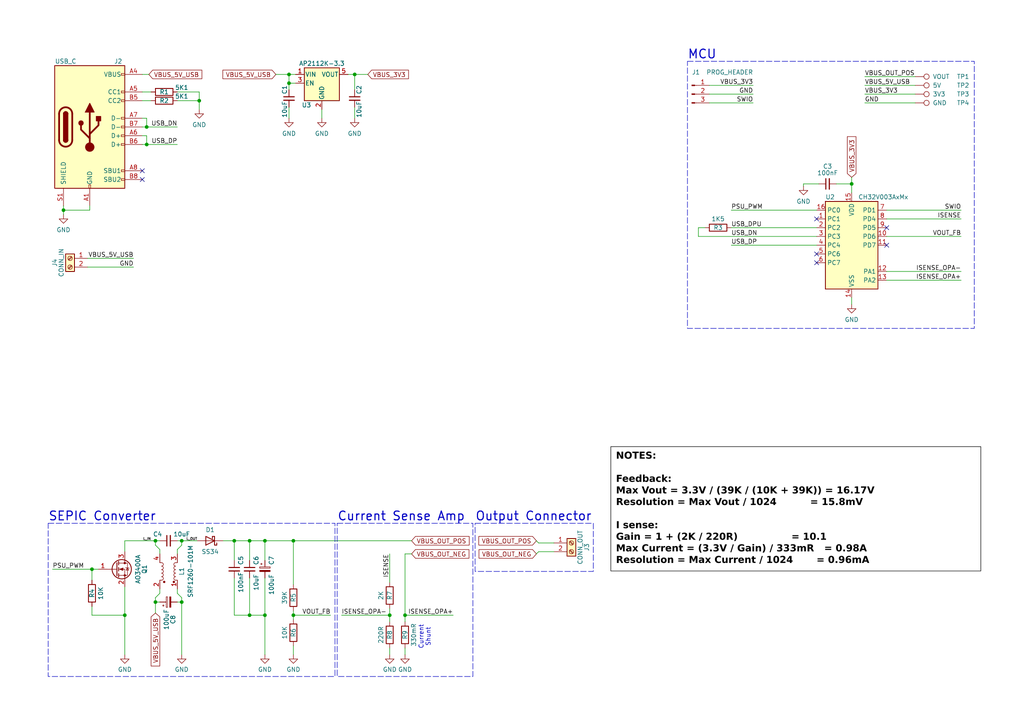
<source format=kicad_sch>
(kicad_sch (version 20231120) (generator "eeschema") (generator_version "8.0")
  (paper "A4")
  (title_block (title "CCCCPPPS CH32V003 PSU") (date "2024-11-02") (rev "MkII") (comment 1 "Bogdan Ionescu & ADBeta"))
  (lib_symbols
    (symbol "Connector:Conn_01x03_Pin" (pin_names (offset 1.016) hide)
      (property "Reference" "J" (at 0 5.08 0))
      (property "Value" "Conn_01x03_Pin" (at 0 -5.08 0))
      (symbol "Conn_01x03_Pin_1_1"
        (polyline (pts (xy 1.27 -2.54) (xy 0.8636 -2.54)) (stroke (width 0.1524)))
        (polyline (pts (xy 1.27 0) (xy 0.8636 0)) (stroke (width 0.1524)))
        (polyline (pts (xy 1.27 2.54) (xy 0.8636 2.54)) (stroke (width 0.1524)))
        (rectangle (start 0.8636 -2.413) (end 0 -2.667) (stroke (width 0.1524)) (fill (type outline)))
        (rectangle (start 0.8636 0.127) (end 0 -0.127) (stroke (width 0.1524)) (fill (type outline)))
        (rectangle (start 0.8636 2.667) (end 0 2.413) (stroke (width 0.1524)) (fill (type outline)))
        (pin passive line (at 5.08 2.54 180) (length 3.81) (name "Pin_1") (number "1"))
        (pin passive line (at 5.08 0 180) (length 3.81) (name "Pin_2") (number "2"))
        (pin passive line (at 5.08 -2.54 180) (length 3.81) (name "Pin_3") (number "3"))
      )
    )
    (symbol "Connector:Screw_Terminal_01x02" (pin_names (offset 1.016) hide)
      (property "Reference" "J" (at 0 2.54 0))
      (property "Value" "Screw_Terminal_01x02" (at 0 -5.08 0))
      (symbol "Screw_Terminal_01x02_1_1"
        (rectangle (start -1.27 1.27) (end 1.27 -3.81) (stroke (width 0.254)) (fill (type background)))
        (circle (center 0 -2.54) (radius 0.635) (stroke (width 0.1524)))
        (polyline (pts (xy -0.5334 -2.2098) (xy 0.3302 -3.048)) (stroke (width 0.1524)))
        (polyline (pts (xy -0.5334 0.3302) (xy 0.3302 -0.508)) (stroke (width 0.1524)))
        (polyline (pts (xy -0.3556 -2.032) (xy 0.508 -2.8702)) (stroke (width 0.1524)))
        (polyline (pts (xy -0.3556 0.508) (xy 0.508 -0.3302)) (stroke (width 0.1524)))
        (circle (center 0 0) (radius 0.635) (stroke (width 0.1524)))
        (pin passive line (at -5.08 0 0) (length 3.81) (name "Pin_1") (number "1"))
        (pin passive line (at -5.08 -2.54 0) (length 3.81) (name "Pin_2") (number "2"))
      )
    )
    (symbol "Connector:TestPoint" (pin_numbers hide) (pin_names (offset 0.762) hide)
      (property "Reference" "TP" (at 0 6.858 0))
      (property "Value" "TestPoint" (at 0 5.08 0))
      (symbol "TestPoint_0_1"
        (circle (center 0 3.302) (radius 0.762))
      )
      (symbol "TestPoint_1_1"
        (pin passive line (at 0 0 90) (length 2.54) (name "1") (number "1"))
      )
    )
    (symbol "Connector:USB_C_Receptacle_USB2.0_16P" (pin_names (offset 1.016))
      (property "Reference" "J" (at 0 22.225 0))
      (property "Value" "USB_C_Receptacle_USB2.0_16P" (at 0 19.685 0))
      (symbol "USB_C_Receptacle_USB2.0_16P_0_0"
        (rectangle (start -0.254 -17.78) (end 0.254 -16.764))
        (rectangle (start 10.16 -14.986) (end 9.144 -15.494))
        (rectangle (start 10.16 -12.446) (end 9.144 -12.954))
        (rectangle (start 10.16 -4.826) (end 9.144 -5.334))
        (rectangle (start 10.16 -2.286) (end 9.144 -2.794))
        (rectangle (start 10.16 0.254) (end 9.144 -0.254))
        (rectangle (start 10.16 2.794) (end 9.144 2.286))
        (rectangle (start 10.16 7.874) (end 9.144 7.366))
        (rectangle (start 10.16 10.414) (end 9.144 9.906))
        (rectangle (start 10.16 15.494) (end 9.144 14.986))
      )
      (symbol "USB_C_Receptacle_USB2.0_16P_0_1"
        (rectangle (start -10.16 17.78) (end 10.16 -17.78) (stroke (width 0.254)) (fill (type background)))
        (arc (start -8.89 -3.81) (mid -6.985 -5.7067) (end -5.08 -3.81) (stroke (width 0.508)))
        (arc (start -7.62 -3.81) (mid -6.985 -4.4423) (end -6.35 -3.81) (stroke (width 0.254)))
        (arc (start -7.62 -3.81) (mid -6.985 -4.4423) (end -6.35 -3.81) (stroke (width 0.254)) (fill (type outline)))
        (rectangle (start -7.62 -3.81) (end -6.35 3.81) (stroke (width 0.254)) (fill (type outline)))
        (arc (start -6.35 3.81) (mid -6.985 4.4423) (end -7.62 3.81) (stroke (width 0.254)))
        (arc (start -6.35 3.81) (mid -6.985 4.4423) (end -7.62 3.81) (stroke (width 0.254)) (fill (type outline)))
        (arc (start -5.08 3.81) (mid -6.985 5.7067) (end -8.89 3.81) (stroke (width 0.508)))
        (circle (center -2.54 1.143) (radius 0.635) (stroke (width 0.254)) (fill (type outline)))
        (circle (center 0 -5.842) (radius 1.27) (fill (type outline)))
        (polyline (pts (xy -8.89 -3.81) (xy -8.89 3.81)) (stroke (width 0.508)))
        (polyline (pts (xy -5.08 3.81) (xy -5.08 -3.81)) (stroke (width 0.508)))
        (polyline (pts (xy 0 -5.842) (xy 0 4.318)) (stroke (width 0.508)))
        (polyline (pts (xy 0 -3.302) (xy -2.54 -0.762) (xy -2.54 0.508)) (stroke (width 0.508)))
        (polyline (pts (xy 0 -2.032) (xy 2.54 0.508) (xy 2.54 1.778)) (stroke (width 0.508)))
        (polyline (pts (xy -1.27 4.318) (xy 0 6.858) (xy 1.27 4.318) (xy -1.27 4.318)) (stroke (width 0.254)) (fill (type outline)))
        (rectangle (start 1.905 1.778) (end 3.175 3.048) (stroke (width 0.254)) (fill (type outline)))
      )
      (symbol "USB_C_Receptacle_USB2.0_16P_1_1"
        (pin passive line (at 0 -22.86 90) (length 5.08) (name "GND") (number "A1"))
        (pin passive line (at 0 -22.86 90) (length 5.08) hide (name "GND") (number "A12"))
        (pin passive line (at 15.24 15.24 180) (length 5.08) (name "VBUS") (number "A4"))
        (pin bidirectional line (at 15.24 10.16 180) (length 5.08) (name "CC1") (number "A5"))
        (pin bidirectional line (at 15.24 -2.54 180) (length 5.08) (name "D+") (number "A6"))
        (pin bidirectional line (at 15.24 2.54 180) (length 5.08) (name "D-") (number "A7"))
        (pin bidirectional line (at 15.24 -12.7 180) (length 5.08) (name "SBU1") (number "A8"))
        (pin passive line (at 15.24 15.24 180) (length 5.08) hide (name "VBUS") (number "A9"))
        (pin passive line (at 0 -22.86 90) (length 5.08) hide (name "GND") (number "B1"))
        (pin passive line (at 0 -22.86 90) (length 5.08) hide (name "GND") (number "B12"))
        (pin passive line (at 15.24 15.24 180) (length 5.08) hide (name "VBUS") (number "B4"))
        (pin bidirectional line (at 15.24 7.62 180) (length 5.08) (name "CC2") (number "B5"))
        (pin bidirectional line (at 15.24 -5.08 180) (length 5.08) (name "D+") (number "B6"))
        (pin bidirectional line (at 15.24 0 180) (length 5.08) (name "D-") (number "B7"))
        (pin bidirectional line (at 15.24 -15.24 180) (length 5.08) (name "SBU2") (number "B8"))
        (pin passive line (at 15.24 15.24 180) (length 5.08) hide (name "VBUS") (number "B9"))
        (pin passive line (at -7.62 -22.86 90) (length 5.08) (name "SHIELD") (number "S1"))
      )
    )
    (symbol "Device:C_Polarized_Small" (pin_numbers hide) (pin_names (offset 0.254) hide)
      (property "Reference" "C" (at 0.254 1.778 0))
      (property "Value" "C_Polarized_Small" (at 0.254 -2.032 0))
      (symbol "C_Polarized_Small_0_1"
        (rectangle (start -1.524 -0.3048) (end 1.524 -0.6858) (fill (type outline)))
        (rectangle (start -1.524 0.6858) (end 1.524 0.3048))
        (polyline (pts (xy -1.27 1.524) (xy -0.762 1.524)))
        (polyline (pts (xy -1.016 1.27) (xy -1.016 1.778)))
      )
      (symbol "C_Polarized_Small_1_1"
        (pin passive line (at 0 2.54 270) (length 1.8542) (name "~") (number "1"))
        (pin passive line (at 0 -2.54 90) (length 1.8542) (name "~") (number "2"))
      )
    )
    (symbol "Device:C_Small" (pin_numbers hide) (pin_names (offset 0.254) hide)
      (property "Reference" "C" (at 0.254 1.778 0))
      (property "Value" "C_Small" (at 0.254 -2.032 0))
      (symbol "C_Small_0_1"
        (polyline (pts (xy -1.524 -0.508) (xy 1.524 -0.508)) (stroke (width 0.3302)))
        (polyline (pts (xy -1.524 0.508) (xy 1.524 0.508)) (stroke (width 0.3048)))
      )
      (symbol "C_Small_1_1"
        (pin passive line (at 0 2.54 270) (length 2.032) (name "~") (number "1"))
        (pin passive line (at 0 -2.54 90) (length 2.032) (name "~") (number "2"))
      )
    )
    (symbol "Device:L_Coupled_1243" (pin_names (offset 0.254) hide)
      (property "Reference" "L3" (at -1.6511 -3.81 90))
      (property "Value" "SRF1260-101M" (at 0.8889 -3.81 90))
      (symbol "L_Coupled_1243_0_1"
        (circle (center -3.048 -1.524) (radius 0.254) (fill (type outline)))
        (circle (center -3.048 1.27) (radius 0.254) (fill (type outline)))
        (arc (start -2.54 2.032) (mid -2.032 1.5262) (end -1.524 2.032))
        (arc (start -1.524 -2.032) (mid -2.032 -1.5262) (end -2.54 -2.032))
        (arc (start -1.524 2.032) (mid -1.016 1.5262) (end -0.508 2.032))
        (arc (start -0.508 -2.032) (mid -1.016 -1.5262) (end -1.524 -2.032))
        (arc (start -0.508 2.032) (mid 0 1.5262) (end 0.508 2.032))
        (polyline (pts (xy -2.54 -2.032) (xy -2.54 -2.54)))
        (polyline (pts (xy -2.54 2.032) (xy -2.54 2.54)))
        (polyline (pts (xy 2.54 -2.54) (xy 2.54 -2.032)))
        (polyline (pts (xy 2.54 2.032) (xy 2.54 2.54)))
        (arc (start 0.508 -2.032) (mid 0 -1.5262) (end -0.508 -2.032))
        (arc (start 0.508 2.032) (mid 1.016 1.5262) (end 1.524 2.032))
        (arc (start 1.524 -2.032) (mid 1.016 -1.5262) (end 0.508 -2.032))
        (arc (start 1.524 2.032) (mid 2.032 1.5262) (end 2.54 2.032))
        (arc (start 2.54 -2.032) (mid 2.032 -1.5262) (end 1.524 -2.032))
      )
      (symbol "L_Coupled_1243_1_1"
        (pin passive line (at -5.08 -2.54 0) (length 2.54) (name "1") (number "1"))
        (pin passive line (at -5.08 2.54 0) (length 2.54) (name "2") (number "2"))
        (pin passive line (at 5.08 -2.54 180) (length 2.54) (name "3") (number "3"))
        (pin passive line (at 5.08 2.54 180) (length 2.54) (name "4") (number "4"))
      )
    )
    (symbol "Device:R" (pin_numbers hide) (pin_names (offset 0))
      (property "Reference" "R" (at 2.032 0 90))
      (property "Value" "R" (at 0 0 90))
      (symbol "R_0_1"
        (rectangle (start -1.016 -2.54) (end 1.016 2.54) (stroke (width 0.254)))
      )
      (symbol "R_1_1"
        (pin passive line (at 0 3.81 270) (length 1.27) (name "~") (number "1"))
        (pin passive line (at 0 -3.81 90) (length 1.27) (name "~") (number "2"))
      )
    )
    (symbol "Diode:SS34" (pin_numbers hide) (pin_names (offset 1.016) hide)
      (property "Reference" "D" (at 0 2.54 0))
      (property "Value" "SS34" (at 0 -2.54 0))
      (symbol "SS34_0_1"
        (polyline (pts (xy 1.27 0) (xy -1.27 0)))
        (polyline (pts (xy 1.27 1.27) (xy 1.27 -1.27) (xy -1.27 0) (xy 1.27 1.27)) (stroke (width 0.254)))
        (polyline (pts (xy -1.905 0.635) (xy -1.905 1.27) (xy -1.27 1.27) (xy -1.27 -1.27) (xy -0.635 -1.27) (xy -0.635 -0.635)) (stroke (width 0.254)))
      )
      (symbol "SS34_1_1"
        (pin passive line (at -3.81 0 0) (length 2.54) (name "K") (number "1"))
        (pin passive line (at 3.81 0 180) (length 2.54) (name "A") (number "2"))
      )
    )
    (symbol "MCU_WCH_CH32V0:CH32V003AxMx"
      (property "Reference" "U" (at -7.62 15.24 0))
      (property "Value" "CH32V003AxMx" (at 7.62 15.24 0))
      (symbol "CH32V003AxMx_1_1"
        (rectangle (start -7.62 12.7) (end 7.62 -12.7) (stroke (width 0.254)) (fill (type background)))
        (pin bidirectional line (at -10.16 7.62 0) (length 2.54) (name "PC1") (number "1"))
        (pin bidirectional line (at 10.16 2.54 180) (length 2.54) (name "PD6") (number "10"))
        (pin bidirectional line (at 10.16 0 180) (length 2.54) (name "PD7") (number "11"))
        (pin bidirectional line (at 10.16 -7.62 180) (length 2.54) (name "PA1") (number "12"))
        (pin bidirectional line (at 10.16 -10.16 180) (length 2.54) (name "PA2") (number "13"))
        (pin power_in line (at 0 -15.24 90) (length 2.54) (name "VSS") (number "14"))
        (pin power_in line (at 0 15.24 270) (length 2.54) (name "VDD") (number "15"))
        (pin bidirectional line (at -10.16 10.16 0) (length 2.54) (name "PC0") (number "16"))
        (pin bidirectional line (at -10.16 5.08 0) (length 2.54) (name "PC2") (number "2"))
        (pin bidirectional line (at -10.16 2.54 0) (length 2.54) (name "PC3") (number "3"))
        (pin bidirectional line (at -10.16 0 0) (length 2.54) (name "PC4") (number "4"))
        (pin bidirectional line (at -10.16 -2.54 0) (length 2.54) (name "PC6") (number "5"))
        (pin bidirectional line (at -10.16 -5.08 0) (length 2.54) (name "PC7") (number "6"))
        (pin bidirectional line (at 10.16 10.16 180) (length 2.54) (name "PD1") (number "7"))
        (pin bidirectional line (at 10.16 7.62 180) (length 2.54) (name "PD4") (number "8"))
        (pin bidirectional line (at 10.16 5.08 180) (length 2.54) (name "PD5") (number "9"))
      )
    )
    (symbol "Regulator_Linear:AP2112K-3.3" (pin_names (offset 0.254))
      (property "Reference" "U" (at -5.08 5.715 0))
      (property "Value" "AP2112K-3.3" (at 0 5.715 0))
      (symbol "AP2112K-3.3_0_1"
        (rectangle (start -5.08 4.445) (end 5.08 -5.08) (stroke (width 0.254)) (fill (type background)))
      )
      (symbol "AP2112K-3.3_1_1"
        (pin power_in line (at -7.62 2.54 0) (length 2.54) (name "VIN") (number "1"))
        (pin power_in line (at 0 -7.62 90) (length 2.54) (name "GND") (number "2"))
        (pin input line (at -7.62 0 0) (length 2.54) (name "EN") (number "3"))
        (pin no_connect line (at 5.08 0 180) (length 2.54) hide (name "NC") (number "4"))
        (pin power_out line (at 7.62 2.54 180) (length 2.54) (name "VOUT") (number "5"))
      )
    )
    (symbol "Transistor_FET:AO3400A" (pin_names hide)
      (property "Reference" "Q" (at 5.08 1.905 0))
      (property "Value" "AO3400A" (at 5.08 0 0))
      (symbol "AO3400A_0_1"
        (polyline (pts (xy 0.254 0) (xy -2.54 0)))
        (polyline (pts (xy 0.254 1.905) (xy 0.254 -1.905)) (stroke (width 0.254)))
        (polyline (pts (xy 0.762 -1.27) (xy 0.762 -2.286)) (stroke (width 0.254)))
        (polyline (pts (xy 0.762 0.508) (xy 0.762 -0.508)) (stroke (width 0.254)))
        (polyline (pts (xy 0.762 2.286) (xy 0.762 1.27)) (stroke (width 0.254)))
        (polyline (pts (xy 2.54 2.54) (xy 2.54 1.778)))
        (polyline (pts (xy 2.54 -2.54) (xy 2.54 0) (xy 0.762 0)))
        (polyline (pts (xy 0.762 -1.778) (xy 3.302 -1.778) (xy 3.302 1.778) (xy 0.762 1.778)))
        (polyline (pts (xy 1.016 0) (xy 2.032 0.381) (xy 2.032 -0.381) (xy 1.016 0)) (fill (type outline)))
        (polyline (pts (xy 2.794 0.508) (xy 2.921 0.381) (xy 3.683 0.381) (xy 3.81 0.254)))
        (polyline (pts (xy 3.302 0.381) (xy 2.921 -0.254) (xy 3.683 -0.254) (xy 3.302 0.381)))
        (circle (center 1.651 0) (radius 2.794) (stroke (width 0.254)))
        (circle (center 2.54 -1.778) (radius 0.254) (fill (type outline)))
        (circle (center 2.54 1.778) (radius 0.254) (fill (type outline)))
      )
      (symbol "AO3400A_1_1"
        (pin input line (at -5.08 0 0) (length 2.54) (name "G") (number "1"))
        (pin passive line (at 2.54 -5.08 90) (length 2.54) (name "S") (number "2"))
        (pin passive line (at 2.54 5.08 270) (length 2.54) (name "D") (number "3"))
      )
    )
    (symbol "power:GND" (power) (pin_names (offset 0))
      (property "Value" "GND" (at 0 -3.81 0))
      (symbol "GND_0_1"
        (polyline (pts (xy 0 0) (xy 0 -1.27) (xy 1.27 -1.27) (xy 0 -2.54) (xy -1.27 -1.27) (xy 0 -1.27)))
      )
      (symbol "GND_1_1"
        (pin power_in line (at 0 0 270) (length 0) hide (name "GND") (number "1"))
      )
    )
  )
  (junction (at 247.015 53.34))
  (junction (at 76.835 178.435))
  (junction (at 67.945 156.845))
  (junction (at 117.475 178.435))
  (junction (at 76.835 156.845))
  (junction (at 45.085 156.845))
  (junction (at 52.705 156.845))
  (junction (at 83.82 24.13))
  (junction (at 42.545 41.91))
  (junction (at 113.03 178.435))
  (junction (at 36.195 178.435))
  (junction (at 52.705 174.625))
  (junction (at 26.67 165.1))
  (junction (at 45.085 174.625))
  (junction (at 42.545 36.83))
  (junction (at 85.09 156.845))
  (junction (at 102.87 21.59))
  (junction (at 85.09 178.435))
  (junction (at 72.39 178.435))
  (junction (at 72.39 156.845))
  (junction (at 57.785 29.21))
  (junction (at 83.82 21.59))
  (junction (at 18.415 60.96))
  (no_connect (at 41.275 52.07))
  (no_connect (at 257.175 66.04))
  (no_connect (at 236.855 63.5))
  (no_connect (at 257.175 71.12))
  (no_connect (at 236.855 73.66))
  (no_connect (at 41.275 49.53))
  (no_connect (at 236.855 76.2))
  (wire (pts (xy 100.965 21.59) (xy 102.87 21.59)))
  (wire (pts (xy 42.545 41.91) (xy 41.275 41.91)))
  (wire (pts (xy 46.355 159.385) (xy 45.085 158.115)))
  (wire (pts (xy 76.835 167.64) (xy 76.835 178.435)))
  (wire (pts (xy 83.82 24.13) (xy 85.725 24.13)))
  (wire (pts (xy 247.015 53.34) (xy 247.015 55.88)))
  (wire (pts (xy 46.355 170.815) (xy 46.355 172.085)))
  (wire (pts (xy 85.09 187.325) (xy 85.09 189.865)))
  (wire (pts (xy 76.835 178.435) (xy 76.835 189.865)))
  (wire (pts (xy 36.195 170.18) (xy 36.195 178.435)))
  (wire (pts (xy 42.545 39.37) (xy 42.545 41.91)))
  (wire (pts (xy 247.015 86.36) (xy 247.015 88.265)))
  (wire (pts (xy 45.085 173.355) (xy 45.085 174.625)))
  (wire (pts (xy 41.275 29.21) (xy 43.815 29.21)))
  (wire (pts (xy 212.09 66.04) (xy 236.855 66.04)))
  (wire (pts (xy 117.475 160.655) (xy 117.475 178.435)))
  (wire (pts (xy 52.705 173.355) (xy 52.705 174.625)))
  (wire (pts (xy 80.01 21.59) (xy 83.82 21.59)))
  (wire (pts (xy 42.545 36.83) (xy 51.435 36.83)))
  (wire (pts (xy 212.09 71.12) (xy 236.855 71.12)))
  (wire (pts (xy 156.21 157.48) (xy 160.655 157.48)))
  (wire (pts (xy 242.57 53.34) (xy 247.015 53.34)))
  (wire (pts (xy 51.435 29.21) (xy 57.785 29.21)))
  (wire (pts (xy 41.275 36.83) (xy 42.545 36.83)))
  (wire (pts (xy 218.44 27.305) (xy 205.74 27.305)))
  (wire (pts (xy 52.705 158.115) (xy 52.705 156.845)))
  (wire (pts (xy 85.09 169.545) (xy 85.09 156.845)))
  (wire (pts (xy 45.085 158.115) (xy 45.085 156.845)))
  (wire (pts (xy 99.06 178.435) (xy 113.03 178.435)))
  (wire (pts (xy 205.74 29.845) (xy 218.44 29.845)))
  (wire (pts (xy 83.82 24.13) (xy 83.82 26.035)))
  (wire (pts (xy 42.545 41.91) (xy 51.435 41.91)))
  (wire (pts (xy 15.24 165.1) (xy 26.67 165.1)))
  (wire (pts (xy 67.945 156.845) (xy 72.39 156.845)))
  (wire (pts (xy 51.435 172.085) (xy 52.705 173.355)))
  (wire (pts (xy 45.085 174.625) (xy 46.355 174.625)))
  (wire (pts (xy 113.03 187.96) (xy 113.03 189.865)))
  (wire (pts (xy 72.39 178.435) (xy 76.835 178.435)))
  (wire (pts (xy 156.21 160.02) (xy 160.655 160.02)))
  (wire (pts (xy 247.015 51.435) (xy 247.015 53.34)))
  (wire (pts (xy 202.565 66.04) (xy 202.565 68.58)))
  (wire (pts (xy 85.09 178.435) (xy 85.09 179.705)))
  (wire (pts (xy 51.435 160.655) (xy 51.435 159.385)))
  (wire (pts (xy 233.045 53.34) (xy 233.045 53.975)))
  (wire (pts (xy 52.705 174.625) (xy 52.705 189.865)))
  (wire (pts (xy 18.415 60.96) (xy 18.415 59.69)))
  (wire (pts (xy 57.785 31.75) (xy 57.785 29.21)))
  (wire (pts (xy 67.945 156.845) (xy 67.945 162.56)))
  (wire (pts (xy 51.435 170.815) (xy 51.435 172.085)))
  (wire (pts (xy 41.275 21.59) (xy 43.18 21.59)))
  (wire (pts (xy 93.345 31.75) (xy 93.345 34.29)))
  (wire (pts (xy 76.835 156.845) (xy 85.09 156.845)))
  (wire (pts (xy 257.175 60.96) (xy 278.765 60.96)))
  (wire (pts (xy 51.435 159.385) (xy 52.705 158.115)))
  (wire (pts (xy 67.945 178.435) (xy 72.39 178.435)))
  (wire (pts (xy 46.355 172.085) (xy 45.085 173.355)))
  (wire (pts (xy 26.035 60.96) (xy 26.035 59.69)))
  (wire (pts (xy 26.67 178.435) (xy 26.67 175.895)))
  (wire (pts (xy 117.475 160.655) (xy 119.38 160.655)))
  (wire (pts (xy 237.49 53.34) (xy 233.045 53.34)))
  (wire (pts (xy 250.825 22.225) (xy 265.43 22.225)))
  (wire (pts (xy 117.475 178.435) (xy 131.445 178.435)))
  (wire (pts (xy 250.825 27.305) (xy 265.43 27.305)))
  (wire (pts (xy 102.87 21.59) (xy 102.87 26.035)))
  (wire (pts (xy 64.77 156.845) (xy 67.945 156.845)))
  (wire (pts (xy 41.275 26.67) (xy 43.815 26.67)))
  (wire (pts (xy 42.545 34.29) (xy 42.545 36.83)))
  (wire (pts (xy 18.415 60.96) (xy 26.035 60.96)))
  (wire (pts (xy 113.03 160.655) (xy 113.03 168.91)))
  (wire (pts (xy 117.475 178.435) (xy 117.475 180.34)))
  (wire (pts (xy 204.47 66.04) (xy 202.565 66.04)))
  (wire (pts (xy 85.725 21.59) (xy 83.82 21.59)))
  (wire (pts (xy 85.09 177.165) (xy 85.09 178.435)))
  (wire (pts (xy 52.705 156.845) (xy 57.15 156.845)))
  (wire (pts (xy 26.67 165.1) (xy 26.67 168.275)))
  (wire (pts (xy 257.175 63.5) (xy 278.765 63.5)))
  (wire (pts (xy 42.545 34.29) (xy 41.275 34.29)))
  (wire (pts (xy 113.03 176.53) (xy 113.03 178.435)))
  (wire (pts (xy 38.735 74.93) (xy 25.4 74.93)))
  (wire (pts (xy 36.195 156.845) (xy 36.195 160.02)))
  (wire (pts (xy 36.195 178.435) (xy 26.67 178.435)))
  (wire (pts (xy 72.39 156.845) (xy 76.835 156.845)))
  (wire (pts (xy 45.085 156.845) (xy 46.355 156.845)))
  (wire (pts (xy 83.82 31.115) (xy 83.82 34.29)))
  (wire (pts (xy 85.09 156.845) (xy 119.38 156.845)))
  (wire (pts (xy 257.175 78.74) (xy 278.765 78.74)))
  (wire (pts (xy 83.82 21.59) (xy 83.82 24.13)))
  (wire (pts (xy 38.735 77.47) (xy 25.4 77.47)))
  (wire (pts (xy 52.705 174.625) (xy 51.435 174.625)))
  (wire (pts (xy 250.825 29.845) (xy 265.43 29.845)))
  (wire (pts (xy 51.435 156.845) (xy 52.705 156.845)))
  (wire (pts (xy 155.575 156.845) (xy 156.21 157.48)))
  (wire (pts (xy 76.835 156.845) (xy 76.835 162.56)))
  (wire (pts (xy 212.09 60.96) (xy 236.855 60.96)))
  (wire (pts (xy 102.87 31.115) (xy 102.87 34.29)))
  (wire (pts (xy 18.415 62.23) (xy 18.415 60.96)))
  (wire (pts (xy 202.565 68.58) (xy 236.855 68.58)))
  (wire (pts (xy 155.575 160.655) (xy 156.21 160.02)))
  (wire (pts (xy 36.195 156.845) (xy 45.085 156.845)))
  (wire (pts (xy 67.945 167.64) (xy 67.945 178.435)))
  (wire (pts (xy 218.44 24.765) (xy 205.74 24.765)))
  (wire (pts (xy 41.275 39.37) (xy 42.545 39.37)))
  (wire (pts (xy 45.085 174.625) (xy 45.085 177.8)))
  (wire (pts (xy 57.785 26.67) (xy 57.785 29.21)))
  (wire (pts (xy 36.195 178.435) (xy 36.195 189.865)))
  (wire (pts (xy 51.435 26.67) (xy 57.785 26.67)))
  (wire (pts (xy 28.575 165.1) (xy 26.67 165.1)))
  (wire (pts (xy 85.09 178.435) (xy 95.885 178.435)))
  (wire (pts (xy 72.39 167.64) (xy 72.39 178.435)))
  (wire (pts (xy 72.39 156.845) (xy 72.39 162.56)))
  (wire (pts (xy 102.87 21.59) (xy 106.68 21.59)))
  (wire (pts (xy 117.475 187.96) (xy 117.475 189.865)))
  (wire (pts (xy 250.825 24.765) (xy 265.43 24.765)))
  (wire (pts (xy 257.175 68.58) (xy 278.765 68.58)))
  (wire (pts (xy 257.175 81.28) (xy 278.765 81.28)))
  (wire (pts (xy 113.03 178.435) (xy 113.03 180.34)))
  (wire (pts (xy 46.355 160.655) (xy 46.355 159.385)))
  (rectangle (start 137.795 151.765) (end 172.085 165.735) (stroke (width 0) (type dash)))
  (rectangle (start 199.39 17.78) (end 282.575 95.25) (stroke (width 0) (type dash)))
  (rectangle (start 13.97 151.765) (end 97.155 196.215) (stroke (width 0) (type dash)))
  (rectangle (start 97.79 151.765) (end 137.16 196.215) (stroke (width 0) (type dash)))
  (text_box "NOTES:\n\nFeedback:\nMax Vout = 3.3V / (39K / (10K + 39K)) = 16.17V\nResolution = Max Vout / 1024          = 15.8mV\n\nI sense:\nGain = 1 + (2K / 220R)                = 10.1\nMax Current = (3.3V / Gain) / 333mR   = 0.98A\nResolution = Max Current / 1024       = 0.96mA" (at 177.165 129.54 0) (size 107.315 36.068) (stroke (width 0) (color 0 0 0 1)) (effects (font (size 2 2) (thickness 0.4) (bold yes)) (justify left top)))
  (text "MCU" (at 199.39 15.875 0) (effects (font (size 2.54 2.54) (thickness 0.3175)) (justify left)))
  (text "Output Connector" (at 137.795 149.86 0) (effects (font (size 2.54 2.54) (thickness 0.3175)) (justify left)))
  (text "Current\nShunt" (at 123.19 184.785 90) (effects (font (size 1.27 1.27))))
  (text "SEPIC Converter" (at 13.97 149.86 0) (effects (font (size 2.54 2.54) (thickness 0.3175)) (justify left)))
  (text "Current Sense Amp" (at 97.79 149.86 0) (effects (font (size 2.54 2.54) (thickness 0.3175)) (justify left)))
  (label "VBUS_5V_USB" (at 250.825 24.765 0))
  (label "VBUS_3V3" (at 250.825 27.305 0))
  (label "ISENSE_OPA-" (at 278.765 78.74 180))
  (label "L_IN" (at 43.815 156.845 180) (effects (font (size 0.7 0.7))))
  (label "USB_DPU" (at 212.09 66.04 0))
  (label "ISENSE_OPA-" (at 99.06 178.435 0))
  (label "VOUT_FB" (at 278.765 68.58 180))
  (label "USB_DN" (at 212.09 68.58 0))
  (label "VOUT_FB" (at 95.885 178.435 180))
  (label "ISENSE_OPA+" (at 278.765 81.28 180))
  (label "VBUS_5V_USB" (at 38.735 74.93 180))
  (label "ISENSE" (at 113.03 160.655 270))
  (label "GND" (at 218.44 27.305 180))
  (label "VBUS_OUT_POS" (at 250.825 22.225 0))
  (label "PSU_PWM" (at 212.09 60.96 0))
  (label "L_OUT" (at 53.975 156.845 0) (effects (font (size 0.7 0.7))))
  (label "GND" (at 250.825 29.845 0))
  (label "USB_DN" (at 51.435 36.83 180))
  (label "ISENSE" (at 278.765 63.5 180))
  (label "USB_DP" (at 51.435 41.91 180))
  (label "SWIO" (at 218.44 29.845 180))
  (label "VBUS_3V3" (at 218.44 24.765 180))
  (label "ISENSE_OPA+" (at 131.445 178.435 180))
  (label "SWIO" (at 278.765 60.96 180))
  (label "PSU_PWM" (at 15.24 165.1 0))
  (label "USB_DP" (at 212.09 71.12 0))
  (label "GND" (at 38.735 77.47 180))
  (global_label "VBUS_OUT_NEG" (shape input) (at 155.575 160.655 180) (property "Intersheetrefs" "${INTERSHEET_REFS}" (effects (hide yes))))
  (global_label "VBUS_OUT_NEG" (shape input) (at 119.38 160.655 0) (property "Intersheetrefs" "${INTERSHEET_REFS}" (effects (hide yes))))
  (global_label "VBUS_5V_USB" (shape input) (at 45.085 177.8 270) (property "Intersheetrefs" "${INTERSHEET_REFS}" (effects (hide yes))))
  (global_label "VBUS_3V3" (shape input) (at 247.015 51.435 90) (property "Intersheetrefs" "${INTERSHEET_REFS}" (effects (hide yes))))
  (global_label "VBUS_5V_USB" (shape input) (at 80.01 21.59 180) (property "Intersheetrefs" "${INTERSHEET_REFS}" (effects (hide yes))))
  (global_label "VBUS_OUT_POS" (shape input) (at 119.38 156.845 0) (property "Intersheetrefs" "${INTERSHEET_REFS}" (effects (hide yes))))
  (global_label "VBUS_5V_USB" (shape input) (at 43.18 21.59 0) (property "Intersheetrefs" "${INTERSHEET_REFS}" (effects (hide yes))))
  (global_label "VBUS_3V3" (shape input) (at 106.68 21.59 0) (property "Intersheetrefs" "${INTERSHEET_REFS}" (effects (hide yes))))
  (global_label "VBUS_OUT_POS" (shape input) (at 155.575 156.845 180) (property "Intersheetrefs" "${INTERSHEET_REFS}" (effects (hide yes))))
  (symbol (lib_id "Device:L_Coupled_1243") (at 48.895 165.735 90) (unit 1)
    (property "Reference" "L1" (at 52.705 165.735 0))
    (property "Value" "SRF1260-101M" (at 55.245 165.735 0))
    (property "Footprint" "Inductor_SMD:L_Bourns_SRF1260" (effects (hide yes)))
    (property "Datasheet" "https://docs.rs-online.com/30c0/0900766b8114d550.pdf" (effects (hide yes)))
    (property "Description" "Coupled inductor" (effects (hide yes)))
  )
  (symbol (lib_id "Device:C_Small") (at 102.87 28.575 0) (mirror y) (unit 1)
    (property "Reference" "C2" (at 104.14 26.035 90))
    (property "Value" "10uF" (at 104.14 31.75 90))
    (property "Footprint" "Capacitor_SMD:C_0805_2012Metric" (effects (hide yes)))
    (property "Description" "Unpolarized capacitor, small symbol" (effects (hide yes)))
  )
  (symbol (lib_id "power:GND") (at 76.835 189.865 0) (unit 1)
    (property "Reference" "#PWR010" (effects (hide yes)))
    (property "Value" "GND" (at 74.803 194.183 0) (effects (justify left)))
  )
  (symbol (lib_id "power:GND") (at 18.415 62.23 0) (unit 1)
    (property "Reference" "#PWR06" (effects (hide yes)))
    (property "Value" "GND" (at 18.415 66.675 0))
    (property "Description" "Power symbol creates a global label with name \"GND\" , ground" (effects (hide yes)))
  )
  (symbol (lib_id "Device:C_Polarized_Small") (at 76.835 165.1 0) (unit 1)
    (property "Reference" "C7" (at 78.74 162.56 90))
    (property "Value" "100uF" (at 78.74 169.545 90))
    (property "Footprint" "Capacitor_SMD:CP_Elec_6.3x5.2" (effects (hide yes)))
    (property "Description" "Polarized capacitor, small symbol" (effects (hide yes)))
  )
  (symbol (lib_id "power:GND") (at 36.195 189.865 0) (unit 1)
    (property "Reference" "#PWR08" (effects (hide yes)))
    (property "Value" "GND" (at 34.163 194.183 0) (effects (justify left)))
  )
  (symbol (lib_id "Connector:USB_C_Receptacle_USB2.0_16P") (at 26.035 36.83 0) (unit 1)
    (property "Reference" "J2" (at 34.29 17.78 0))
    (property "Value" "USB_C" (at 19.05 17.78 0))
    (property "Footprint" "Connector_USB:USB_C_Receptacle_G-Switch_GT-USB-7010ASV" (effects (hide yes)))
    (property "Datasheet" "https://www.usb.org/sites/default/files/documents/usb_type-c.zip" (effects (hide yes)))
    (property "Description" "USB 2.0-only 16P Type-C Receptacle connector" (effects (hide yes)))
  )
  (symbol (lib_id "power:GND") (at 113.03 189.865 0) (unit 1)
    (property "Reference" "#PWR012" (effects (hide yes)))
    (property "Value" "GND" (at 110.998 194.183 0) (effects (justify left)))
  )
  (symbol (lib_id "power:GND") (at 93.345 34.29 0) (unit 1)
    (property "Reference" "#PWR03" (effects (hide yes)))
    (property "Value" "GND" (at 93.345 38.735 0))
    (property "Description" "Power symbol creates a global label with name \"GND\" , ground" (effects (hide yes)))
  )
  (symbol (lib_id "Connector:Screw_Terminal_01x02") (at 20.32 74.93 0) (mirror y) (unit 1)
    (property "Reference" "J4" (at 15.875 76.2 90))
    (property "Value" "CONN_IN" (at 17.78 76.2 90))
    (property "Footprint" "Custom_Footprints:PCB_Terminal_Block_2-P3.5" (effects (hide yes)))
    (property "Description" "Generic screw terminal, single row, 01x02, script generated (kicad-library-utils/schlib/autogen/connector/)" (effects (hide yes)))
  )
  (symbol (lib_id "Regulator_Linear:AP2112K-3.3") (at 93.345 24.13 0) (unit 1)
    (property "Reference" "U3" (at 88.9 30.48 0))
    (property "Value" "AP2112K-3.3" (at 93.345 18.415 0))
    (property "Footprint" "Package_TO_SOT_SMD:SOT-23-5" (effects (hide yes)))
    (property "Datasheet" "https://www.diodes.com/assets/Datasheets/AP2112.pdf" (effects (hide yes)))
    (property "Description" "600mA low dropout linear regulator, with enable pin, 3.8V-6V input voltage range, 3.3V fixed positive output, SOT-23-5" (effects (hide yes)))
  )
  (symbol (lib_id "Device:R") (at 117.475 184.15 0) (unit 1)
    (property "Reference" "R9" (at 117.475 184.15 90))
    (property "Value" "330mR" (at 120.015 184.15 90))
    (property "Footprint" "Resistor_SMD:R_2512_6332Metric_Pad1.40x3.35mm_HandSolder" (effects (hide yes)))
  )
  (symbol (lib_id "Connector:Screw_Terminal_01x02") (at 165.735 157.48 0) (unit 1)
    (property "Reference" "J3" (at 170.18 158.75 90))
    (property "Value" "CONN_OUT" (at 168.275 158.75 90))
    (property "Footprint" "Custom_Footprints:PCB_Terminal_Block_2-P3.5" (effects (hide yes)))
    (property "Description" "Generic screw terminal, single row, 01x02, script generated (kicad-library-utils/schlib/autogen/connector/)" (effects (hide yes)))
  )
  (symbol (lib_id "power:GND") (at 85.09 189.865 0) (unit 1)
    (property "Reference" "#PWR011" (effects (hide yes)))
    (property "Value" "GND" (at 83.058 194.183 0) (effects (justify left)))
  )
  (symbol (lib_id "Device:C_Small") (at 72.39 165.1 0) (mirror y) (unit 1)
    (property "Reference" "C6" (at 74.295 162.56 90))
    (property "Value" "10uF" (at 74.295 168.91 90))
    (property "Footprint" "Capacitor_SMD:C_0805_2012Metric" (effects (hide yes)))
    (property "Description" "Unpolarized capacitor, small symbol" (effects (hide yes)))
  )
  (symbol (lib_id "power:GND") (at 117.475 189.865 0) (unit 1)
    (property "Reference" "#PWR013" (effects (hide yes)))
    (property "Value" "GND" (at 115.443 194.183 0) (effects (justify left)))
  )
  (symbol (lib_id "Device:R") (at 113.03 172.72 180) (unit 1)
    (property "Reference" "R7" (at 113.03 172.72 90))
    (property "Value" "2K" (at 110.49 172.72 90))
    (property "Footprint" "Resistor_SMD:R_0805_2012Metric" (effects (hide yes)))
  )
  (symbol (lib_id "power:GND") (at 83.82 34.29 0) (unit 1)
    (property "Reference" "#PWR02" (effects (hide yes)))
    (property "Value" "GND" (at 83.82 38.735 0))
    (property "Description" "Power symbol creates a global label with name \"GND\" , ground" (effects (hide yes)))
  )
  (symbol (lib_id "Device:C_Polarized_Small") (at 48.895 174.625 90) (unit 1)
    (property "Reference" "C8" (at 50.165 179.705 0))
    (property "Value" "100uF" (at 48.26 179.705 0))
    (property "Footprint" "Capacitor_SMD:CP_Elec_6.3x5.2" (effects (hide yes)))
    (property "Description" "Polarized capacitor, small symbol" (effects (hide yes)))
  )
  (symbol (lib_id "Device:R") (at 47.625 26.67 90) (unit 1)
    (property "Reference" "R1" (at 47.625 26.67 90))
    (property "Value" "5K1" (at 52.705 25.4 90))
    (property "Footprint" "Resistor_SMD:R_0805_2012Metric" (effects (hide yes)))
    (property "Description" "Resistor" (effects (hide yes)))
  )
  (symbol (lib_id "Device:C_Small") (at 240.03 53.34 90) (mirror x) (unit 1)
    (property "Reference" "C3" (at 240.03 48.26 90))
    (property "Value" "100nF" (at 240.03 50.165 90))
    (property "Footprint" "Capacitor_SMD:C_0805_2012Metric" (effects (hide yes)))
    (property "Description" "Unpolarized capacitor, small symbol" (effects (hide yes)))
  )
  (symbol (lib_id "Device:C_Small") (at 83.82 28.575 0) (unit 1)
    (property "Reference" "C1" (at 82.55 26.035 90))
    (property "Value" "10uF" (at 82.55 31.75 90))
    (property "Footprint" "Capacitor_SMD:C_0805_2012Metric" (effects (hide yes)))
    (property "Description" "Unpolarized capacitor, small symbol" (effects (hide yes)))
  )
  (symbol (lib_id "power:GND") (at 233.045 53.975 0) (unit 1)
    (property "Reference" "#PWR05" (effects (hide yes)))
    (property "Value" "GND" (at 233.045 58.42 0))
  )
  (symbol (lib_id "Device:R") (at 85.09 173.355 0) (unit 1)
    (property "Reference" "R5" (at 85.09 173.355 90))
    (property "Value" "39K" (at 82.55 173.355 90))
    (property "Footprint" "Resistor_SMD:R_0805_2012Metric" (effects (hide yes)))
  )
  (symbol (lib_id "Device:C_Small") (at 67.945 165.1 0) (mirror y) (unit 1)
    (property "Reference" "C5" (at 69.85 162.56 90))
    (property "Value" "100nF" (at 69.85 168.91 90))
    (property "Footprint" "Capacitor_SMD:C_0805_2012Metric" (effects (hide yes)))
    (property "Description" "Unpolarized capacitor, small symbol" (effects (hide yes)))
  )
  (symbol (lib_id "Connector:TestPoint") (at 265.43 24.765 270) (unit 1)
    (property "Reference" "TP2" (at 277.495 24.765 90) (effects (justify left)))
    (property "Value" "5V" (at 270.51 24.765 90) (effects (justify left)))
    (property "Footprint" "TestPoint:TestPoint_Pad_D3.0mm" (effects (hide yes)))
    (property "Description" "test point" (effects (hide yes)))
  )
  (symbol (lib_id "power:GND") (at 247.015 88.265 0) (unit 1)
    (property "Reference" "#PWR07" (effects (hide yes)))
    (property "Value" "GND" (at 247.015 92.71 0))
  )
  (symbol (lib_id "Device:R") (at 26.67 172.085 0) (unit 1)
    (property "Reference" "R4" (at 26.67 172.085 90))
    (property "Value" "10K" (at 29.21 172.085 90))
    (property "Footprint" "Resistor_SMD:R_0805_2012Metric" (effects (hide yes)))
  )
  (symbol (lib_id "Device:R") (at 208.28 66.04 90) (unit 1)
    (property "Reference" "R3" (at 208.28 66.04 90))
    (property "Value" "1K5" (at 208.28 63.5 90))
    (property "Footprint" "Resistor_SMD:R_0805_2012Metric" (effects (hide yes)))
    (property "Description" "Resistor" (effects (hide yes)))
  )
  (symbol (lib_id "Connector:TestPoint") (at 265.43 27.305 270) (unit 1)
    (property "Reference" "TP3" (at 277.495 27.305 90) (effects (justify left)))
    (property "Value" "3V3" (at 270.51 27.305 90) (effects (justify left)))
    (property "Footprint" "TestPoint:TestPoint_Pad_D3.0mm" (effects (hide yes)))
    (property "Description" "test point" (effects (hide yes)))
  )
  (symbol (lib_id "MCU_WCH_CH32V0:CH32V003AxMx") (at 247.015 71.12 0) (unit 1)
    (property "Reference" "U2" (at 239.395 57.15 0) (effects (justify left)))
    (property "Value" "CH32V003AxMx" (at 248.92 57.15 0) (effects (justify left)))
    (property "Footprint" "Package_SO:SOP-16_3.9x9.9mm_P1.27mm" (effects (hide yes)))
    (property "Datasheet" "https://www.wch-ic.com/products/CH32V003.html" (effects (hide yes)))
    (property "Description" "CH32V003 series are industrial-grade general-purpose microcontrollers designed based on 32-bit RISC-V instruction set and architecture. It adopts QingKe V2A core, RV32EC instruction set, and supports 2 levels of interrupt nesting. The series are mounted with rich peripheral interfaces and function modules. Its internal organizational structure meets the low-cost and low-power embedded application scenarios." (effects (hide yes)))
  )
  (symbol (lib_id "Device:R") (at 113.03 184.15 180) (unit 1)
    (property "Reference" "R8" (at 113.03 184.15 90))
    (property "Value" "220R" (at 110.49 184.15 90))
    (property "Footprint" "Resistor_SMD:R_0805_2012Metric" (effects (hide yes)))
  )
  (symbol (lib_id "Diode:SS34") (at 60.96 156.845 180) (unit 1)
    (property "Reference" "D1" (at 60.96 153.67 0))
    (property "Value" "SS34" (at 60.96 160.02 0))
    (property "Footprint" "Diode_SMD:D_SMA" (effects (hide yes)))
    (property "Datasheet" "https://www.vishay.com/docs/88751/ss32.pdf" (effects (hide yes)))
    (property "Description" "40V 3A Schottky Diode, SMA" (effects (hide yes)))
  )
  (symbol (lib_id "Device:R") (at 85.09 183.515 0) (unit 1)
    (property "Reference" "R6" (at 85.09 183.515 90))
    (property "Value" "10K" (at 82.55 183.515 90))
    (property "Footprint" "Resistor_SMD:R_0805_2012Metric" (effects (hide yes)))
  )
  (symbol (lib_id "Connector:TestPoint") (at 265.43 22.225 270) (unit 1)
    (property "Reference" "TP1" (at 277.495 22.225 90) (effects (justify left)))
    (property "Value" "VOUT" (at 270.51 22.225 90) (effects (justify left)))
    (property "Footprint" "TestPoint:TestPoint_Pad_D3.0mm" (effects (hide yes)))
    (property "Description" "test point" (effects (hide yes)))
  )
  (symbol (lib_id "power:GND") (at 52.705 189.865 0) (mirror y) (unit 1)
    (property "Reference" "#PWR09" (effects (hide yes)))
    (property "Value" "GND" (at 54.737 194.183 0) (effects (justify left)))
  )
  (symbol (lib_id "Device:C_Small") (at 48.895 156.845 90) (mirror x) (unit 1)
    (property "Reference" "C4" (at 45.72 154.94 90))
    (property "Value" "10uF" (at 52.705 154.94 90))
    (property "Footprint" "Capacitor_SMD:C_0805_2012Metric" (effects (hide yes)))
    (property "Description" "Unpolarized capacitor, small symbol" (effects (hide yes)))
  )
  (symbol (lib_id "Connector:Conn_01x03_Pin") (at 200.66 27.305 0) (unit 1)
    (property "Reference" "J1" (at 200.66 20.955 0) (effects (justify left)))
    (property "Value" "PROG_HEADER" (at 218.44 20.955 0) (effects (justify right)))
    (property "Footprint" "Connector_PinSocket_2.54mm:PinSocket_1x03_P2.54mm_Vertical" (effects (hide yes)))
    (property "Description" "Generic connector, single row, 01x03, script generated" (effects (hide yes)))
  )
  (symbol (lib_id "Connector:TestPoint") (at 265.43 29.845 270) (unit 1)
    (property "Reference" "TP4" (at 277.495 29.845 90) (effects (justify left)))
    (property "Value" "GND" (at 270.51 29.845 90) (effects (justify left)))
    (property "Footprint" "TestPoint:TestPoint_Pad_D3.0mm" (effects (hide yes)))
    (property "Description" "test point" (effects (hide yes)))
  )
  (symbol (lib_id "Transistor_FET:AO3400A") (at 33.655 165.1 0) (unit 1)
    (property "Reference" "Q1" (at 41.91 165.1 90))
    (property "Value" "AO3400A" (at 40.005 165.1 90))
    (property "Footprint" "Package_TO_SOT_SMD:SOT-23" (effects (hide yes)))
    (property "Datasheet" "http://www.aosmd.com/pdfs/datasheet/AO3400A.pdf" (effects (hide yes)))
  )
  (symbol (lib_id "power:GND") (at 57.785 31.75 0) (unit 1)
    (property "Reference" "#PWR01" (effects (hide yes)))
    (property "Value" "GND" (at 57.785 36.195 0))
    (property "Description" "Power symbol creates a global label with name \"GND\" , ground" (effects (hide yes)))
  )
  (symbol (lib_id "Device:R") (at 47.625 29.21 90) (unit 1)
    (property "Reference" "R2" (at 47.625 29.21 90))
    (property "Value" "5K1" (at 52.705 27.94 90))
    (property "Footprint" "Resistor_SMD:R_0805_2012Metric" (effects (hide yes)))
    (property "Description" "Resistor" (effects (hide yes)))
  )
  (symbol (lib_id "power:GND") (at 102.87 34.29 0) (unit 1)
    (property "Reference" "#PWR04" (effects (hide yes)))
    (property "Value" "GND" (at 102.87 38.735 0))
    (property "Description" "Power symbol creates a global label with name \"GND\" , ground" (effects (hide yes)))
  )
)
</source>
